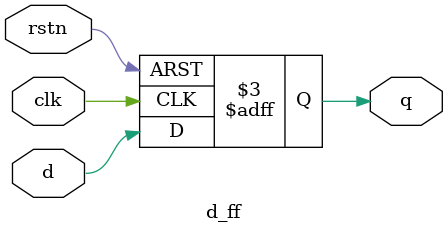
<source format=v>

module d_ff (input d,  
              input rstn,  
              input clk,  
              output reg q);  
  
    always @ (posedge clk or negedge rstn)  
       if (!rstn)  
          q <= 0;  
       else  
          q <= d;  
endmodule  
</source>
